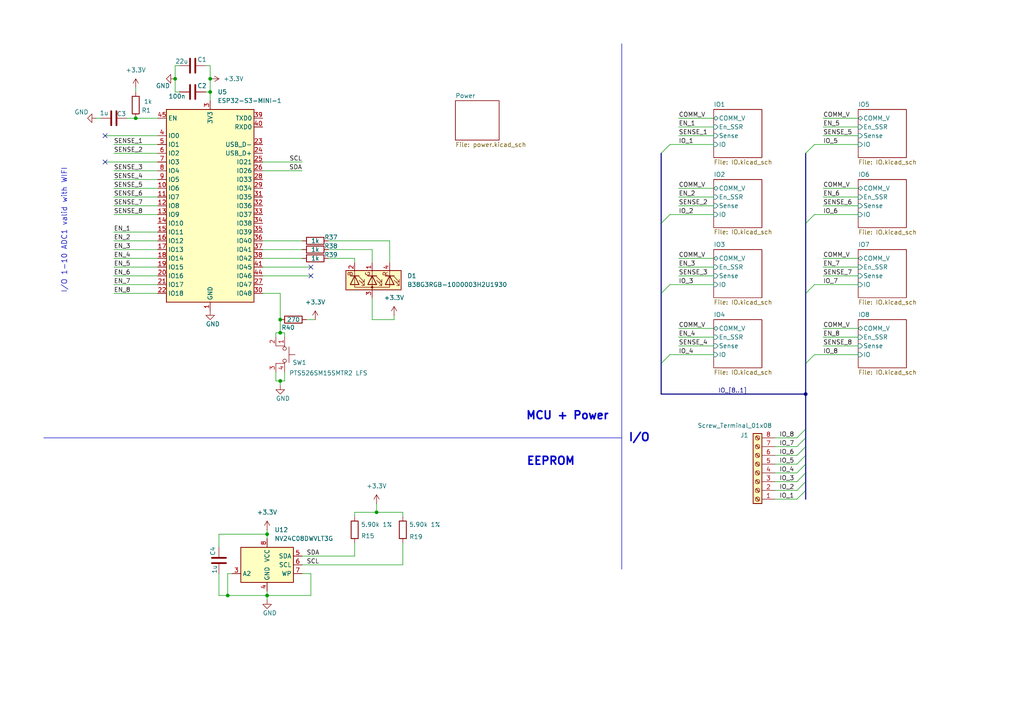
<source format=kicad_sch>
(kicad_sch (version 20250114) (generator "eeschema") (generator_version "9.0")
  (paper "A4")
  (lib_symbols
    (symbol "Connector:Screw_Terminal_01x08" (pin_names (offset 1.016) (hide yes))
      (property "Reference" "J" (at 0 10.16 0))
      (property "Value" "Screw_Terminal_01x08" (at 0 -12.7 0))
      (symbol "Screw_Terminal_01x08_1_1"
        (rectangle (start -1.27 8.89) (end 1.27 -11.43) (stroke (width 0.254)) (fill (type background)))
        (polyline (pts (xy -0.5334 7.9502) (xy 0.3302 7.112)) (stroke (width 0.1524)))
        (polyline (pts (xy -0.5334 5.4102) (xy 0.3302 4.572)) (stroke (width 0.1524)))
        (polyline (pts (xy -0.5334 2.8702) (xy 0.3302 2.032)) (stroke (width 0.1524)))
        (polyline (pts (xy -0.5334 0.3302) (xy 0.3302 -0.508)) (stroke (width 0.1524)))
        (polyline (pts (xy -0.5334 -2.2098) (xy 0.3302 -3.048)) (stroke (width 0.1524)))
        (polyline (pts (xy -0.5334 -4.7498) (xy 0.3302 -5.588)) (stroke (width 0.1524)))
        (polyline (pts (xy -0.5334 -7.2898) (xy 0.3302 -8.128)) (stroke (width 0.1524)))
        (polyline (pts (xy -0.5334 -9.8298) (xy 0.3302 -10.668)) (stroke (width 0.1524)))
        (polyline (pts (xy -0.3556 8.128) (xy 0.508 7.2898)) (stroke (width 0.1524)))
        (polyline (pts (xy -0.3556 5.588) (xy 0.508 4.7498)) (stroke (width 0.1524)))
        (polyline (pts (xy -0.3556 3.048) (xy 0.508 2.2098)) (stroke (width 0.1524)))
        (polyline (pts (xy -0.3556 0.508) (xy 0.508 -0.3302)) (stroke (width 0.1524)))
        (polyline (pts (xy -0.3556 -2.032) (xy 0.508 -2.8702)) (stroke (width 0.1524)))
        (polyline (pts (xy -0.3556 -4.572) (xy 0.508 -5.4102)) (stroke (width 0.1524)))
        (polyline (pts (xy -0.3556 -7.112) (xy 0.508 -7.9502)) (stroke (width 0.1524)))
        (polyline (pts (xy -0.3556 -9.652) (xy 0.508 -10.4902)) (stroke (width 0.1524)))
        (circle (center 0 7.62) (radius 0.635) (stroke (width 0.1524)))
        (circle (center 0 5.08) (radius 0.635) (stroke (width 0.1524)))
        (circle (center 0 2.54) (radius 0.635) (stroke (width 0.1524)))
        (circle (center 0 0) (radius 0.635) (stroke (width 0.1524)))
        (circle (center 0 -2.54) (radius 0.635) (stroke (width 0.1524)))
        (circle (center 0 -5.08) (radius 0.635) (stroke (width 0.1524)))
        (circle (center 0 -7.62) (radius 0.635) (stroke (width 0.1524)))
        (circle (center 0 -10.16) (radius 0.635) (stroke (width 0.1524)))
        (pin passive line (at -5.08 7.62 0) (length 3.81) (name "Pin_1") (number "1"))
        (pin passive line (at -5.08 5.08 0) (length 3.81) (name "Pin_2") (number "2"))
        (pin passive line (at -5.08 2.54 0) (length 3.81) (name "Pin_3") (number "3"))
        (pin passive line (at -5.08 0 0) (length 3.81) (name "Pin_4") (number "4"))
        (pin passive line (at -5.08 -2.54 0) (length 3.81) (name "Pin_5") (number "5"))
        (pin passive line (at -5.08 -5.08 0) (length 3.81) (name "Pin_6") (number "6"))
        (pin passive line (at -5.08 -7.62 0) (length 3.81) (name "Pin_7") (number "7"))
        (pin passive line (at -5.08 -10.16 0) (length 3.81) (name "Pin_8") (number "8"))
      )
    )
    (symbol "Device:C" (pin_numbers (hide yes)) (pin_names (offset 0.254))
      (property "Reference" "C" (at 0.635 2.54 0))
      (property "Value" "C" (at 0.635 -2.54 0))
      (symbol "C_0_1"
        (polyline (pts (xy -2.032 0.762) (xy 2.032 0.762)) (stroke (width 0.508)))
        (polyline (pts (xy -2.032 -0.762) (xy 2.032 -0.762)) (stroke (width 0.508)))
      )
      (symbol "C_1_1"
        (pin passive line (at 0 3.81 270) (length 2.794) (name "~") (number "1"))
        (pin passive line (at 0 -3.81 90) (length 2.794) (name "~") (number "2"))
      )
    )
    (symbol "Device:LED_GBAR" (pin_names (offset 0) (hide yes))
      (property "Reference" "D" (at 0 9.398 0))
      (property "Value" "LED_GBAR" (at 0 -8.89 0))
      (symbol "LED_GBAR_0_0"
        (text "R" (at -1.905 3.81 0) (effects (font (size 1.27 1.27))))
        (text "G" (at -1.905 -1.27 0) (effects (font (size 1.27 1.27))))
        (text "B" (at -1.905 -6.35 0) (effects (font (size 1.27 1.27))))
      )
      (symbol "LED_GBAR_0_1"
        (polyline (pts (xy -1.27 6.35) (xy -1.27 3.81)) (stroke (width 0.254)))
        (polyline (pts (xy -1.27 6.35) (xy -1.27 3.81) (xy -1.27 3.81)))
        (polyline (pts (xy -1.27 5.08) (xy -2.54 5.08)))
        (polyline (pts (xy -1.27 5.08) (xy 1.27 5.08)))
        (polyline (pts (xy -1.27 1.27) (xy -1.27 -1.27)) (stroke (width 0.254)))
        (polyline (pts (xy -1.27 1.27) (xy -1.27 -1.27) (xy -1.27 -1.27)))
        (polyline (pts (xy -1.27 0) (xy -2.54 0)))
        (polyline (pts (xy -1.27 -3.81) (xy -1.27 -6.35)) (stroke (width 0.254)))
        (polyline (pts (xy -1.27 -5.08) (xy -2.54 -5.08)))
        (polyline (pts (xy -1.27 -5.08) (xy 1.27 -5.08)))
        (polyline (pts (xy -1.016 6.35) (xy 0.508 7.874) (xy -0.254 7.874) (xy 0.508 7.874) (xy 0.508 7.112)))
        (polyline (pts (xy -1.016 1.27) (xy 0.508 2.794) (xy -0.254 2.794) (xy 0.508 2.794) (xy 0.508 2.032)))
        (polyline (pts (xy -1.016 -3.81) (xy 0.508 -2.286) (xy -0.254 -2.286) (xy 0.508 -2.286) (xy 0.508 -3.048)))
        (polyline (pts (xy 0 6.35) (xy 1.524 7.874) (xy 0.762 7.874) (xy 1.524 7.874) (xy 1.524 7.112)))
        (polyline (pts (xy 0 1.27) (xy 1.524 2.794) (xy 0.762 2.794) (xy 1.524 2.794) (xy 1.524 2.032)))
        (polyline (pts (xy 0 -3.81) (xy 1.524 -2.286) (xy 0.762 -2.286) (xy 1.524 -2.286) (xy 1.524 -3.048)))
        (polyline (pts (xy 1.27 6.35) (xy 1.27 3.81) (xy -1.27 5.08) (xy 1.27 6.35)) (stroke (width 0.254)))
        (rectangle (start 1.27 6.35) (end 1.27 6.35))
        (rectangle (start 1.27 3.81) (end 1.27 6.35))
        (polyline (pts (xy 1.27 1.27) (xy 1.27 -1.27) (xy -1.27 0) (xy 1.27 1.27)) (stroke (width 0.254)))
        (rectangle (start 1.27 1.27) (end 1.27 1.27))
        (polyline (pts (xy 1.27 0) (xy -1.27 0)))
        (polyline (pts (xy 1.27 0) (xy 2.54 0)))
        (rectangle (start 1.27 -1.27) (end 1.27 1.27))
        (polyline (pts (xy 1.27 -3.81) (xy 1.27 -6.35) (xy -1.27 -5.08) (xy 1.27 -3.81)) (stroke (width 0.254)))
        (polyline (pts (xy 1.27 -5.08) (xy 2.032 -5.08) (xy 2.032 5.08) (xy 1.27 5.08)))
        (circle (center 2.032 0) (radius 0.254) (fill (type outline)))
        (rectangle (start 2.794 8.382) (end -2.794 -7.62) (stroke (width 0.254)) (fill (type background)))
      )
      (symbol "LED_GBAR_1_1"
        (pin passive line (at -5.08 5.08 0) (length 2.54) (name "RK") (number "4"))
        (pin passive line (at -5.08 0 0) (length 2.54) (name "GK") (number "1"))
        (pin passive line (at -5.08 -5.08 0) (length 2.54) (name "BK") (number "2"))
        (pin passive line (at 5.08 0 180) (length 2.54) (name "A") (number "3"))
      )
    )
    (symbol "Device:R" (pin_numbers (hide yes)) (pin_names (offset 0))
      (property "Reference" "R" (at 2.032 0 90))
      (property "Value" "R" (at 0 0 90))
      (symbol "R_0_1"
        (rectangle (start -1.016 -2.54) (end 1.016 2.54) (stroke (width 0.254)))
      )
      (symbol "R_1_1"
        (pin passive line (at 0 3.81 270) (length 1.27) (name "~") (number "1"))
        (pin passive line (at 0 -3.81 90) (length 1.27) (name "~") (number "2"))
      )
    )
    (symbol "Memory_EEPROM:AT24CS08-SSHM"
      (property "Reference" "U" (at -7.62 6.35 0))
      (property "Value" "AT24CS08-SSHM" (at 2.54 -6.35 0))
      (symbol "AT24CS08-SSHM_1_1"
        (rectangle (start -7.62 5.08) (end 7.62 -5.08) (stroke (width 0.254)) (fill (type background)))
        (pin input line (at -10.16 -2.54 0) (length 2.54) (name "A2") (number "3"))
        (pin no_connect line (at -7.62 2.54 0) (length 2.54) (hide yes) (name "NC") (number "1"))
        (pin no_connect line (at -7.62 0 0) (length 2.54) (hide yes) (name "NC") (number "2"))
        (pin power_in line (at 0 7.62 270) (length 2.54) (name "VCC") (number "8"))
        (pin power_in line (at 0 -7.62 90) (length 2.54) (name "GND") (number "4"))
        (pin bidirectional line (at 10.16 2.54 180) (length 2.54) (name "SDA") (number "5"))
        (pin input line (at 10.16 0 180) (length 2.54) (name "SCL") (number "6"))
        (pin input line (at 10.16 -2.54 180) (length 2.54) (name "WP") (number "7"))
      )
    )
    (symbol "RF_Module:ESP32-S3-MINI-1"
      (property "Reference" "U" (at -11.43 29.21 0))
      (property "Value" "ESP32-S3-MINI-1" (at 12.7 29.21 0))
      (symbol "ESP32-S3-MINI-1_0_1"
        (rectangle (start -12.7 27.94) (end 12.7 -27.94) (stroke (width 0.254)) (fill (type background)))
      )
      (symbol "ESP32-S3-MINI-1_1_1"
        (pin input line (at -15.24 25.4 0) (length 2.54) (name "EN") (number "45"))
        (pin bidirectional line (at -15.24 20.32 0) (length 2.54) (name "IO0") (number "4"))
        (pin bidirectional line (at -15.24 17.78 0) (length 2.54) (name "IO1") (number "5"))
        (pin bidirectional line (at -15.24 15.24 0) (length 2.54) (name "IO2") (number "6"))
        (pin bidirectional line (at -15.24 12.7 0) (length 2.54) (name "IO3") (number "7"))
        (pin bidirectional line (at -15.24 10.16 0) (length 2.54) (name "IO4") (number "8"))
        (pin bidirectional line (at -15.24 7.62 0) (length 2.54) (name "IO5") (number "9"))
        (pin bidirectional line (at -15.24 5.08 0) (length 2.54) (name "IO6") (number "10"))
        (pin bidirectional line (at -15.24 2.54 0) (length 2.54) (name "IO7") (number "11"))
        (pin bidirectional line (at -15.24 0 0) (length 2.54) (name "IO8") (number "12"))
        (pin bidirectional line (at -15.24 -2.54 0) (length 2.54) (name "IO9") (number "13"))
        (pin bidirectional line (at -15.24 -5.08 0) (length 2.54) (name "IO10") (number "14"))
        (pin bidirectional line (at -15.24 -7.62 0) (length 2.54) (name "IO11") (number "15"))
        (pin bidirectional line (at -15.24 -10.16 0) (length 2.54) (name "IO12") (number "16"))
        (pin bidirectional line (at -15.24 -12.7 0) (length 2.54) (name "IO13") (number "17"))
        (pin bidirectional line (at -15.24 -15.24 0) (length 2.54) (name "IO14") (number "18"))
        (pin bidirectional line (at -15.24 -17.78 0) (length 2.54) (name "IO15") (number "19"))
        (pin bidirectional line (at -15.24 -20.32 0) (length 2.54) (name "IO16") (number "20"))
        (pin bidirectional line (at -15.24 -22.86 0) (length 2.54) (name "IO17") (number "21"))
        (pin bidirectional line (at -15.24 -25.4 0) (length 2.54) (name "IO18") (number "22"))
        (pin power_in line (at 0 30.48 270) (length 2.54) (name "3V3") (number "3"))
        (pin power_in line (at 0 -30.48 90) (length 2.54) (name "GND") (number "1"))
        (pin passive line (at 0 -30.48 90) (length 2.54) (hide yes) (name "GND") (number "2"))
        (pin passive line (at 0 -30.48 90) (length 2.54) (hide yes) (name "GND") (number "42"))
        (pin passive line (at 0 -30.48 90) (length 2.54) (hide yes) (name "GND") (number "43"))
        (pin passive line (at 0 -30.48 90) (length 2.54) (hide yes) (name "GND") (number "46"))
        (pin passive line (at 0 -30.48 90) (length 2.54) (hide yes) (name "GND") (number "47"))
        (pin passive line (at 0 -30.48 90) (length 2.54) (hide yes) (name "GND") (number "48"))
        (pin passive line (at 0 -30.48 90) (length 2.54) (hide yes) (name "GND") (number "49"))
        (pin passive line (at 0 -30.48 90) (length 2.54) (hide yes) (name "GND") (number "50"))
        (pin passive line (at 0 -30.48 90) (length 2.54) (hide yes) (name "GND") (number "51"))
        (pin passive line (at 0 -30.48 90) (length 2.54) (hide yes) (name "GND") (number "52"))
        (pin passive line (at 0 -30.48 90) (length 2.54) (hide yes) (name "GND") (number "53"))
        (pin passive line (at 0 -30.48 90) (length 2.54) (hide yes) (name "GND") (number "54"))
        (pin passive line (at 0 -30.48 90) (length 2.54) (hide yes) (name "GND") (number "55"))
        (pin passive line (at 0 -30.48 90) (length 2.54) (hide yes) (name "GND") (number "56"))
        (pin passive line (at 0 -30.48 90) (length 2.54) (hide yes) (name "GND") (number "57"))
        (pin passive line (at 0 -30.48 90) (length 2.54) (hide yes) (name "GND") (number "58"))
        (pin passive line (at 0 -30.48 90) (length 2.54) (hide yes) (name "GND") (number "59"))
        (pin passive line (at 0 -30.48 90) (length 2.54) (hide yes) (name "GND") (number "60"))
        (pin passive line (at 0 -30.48 90) (length 2.54) (hide yes) (name "GND") (number "61"))
        (pin passive line (at 0 -30.48 90) (length 2.54) (hide yes) (name "GND") (number "62"))
        (pin passive line (at 0 -30.48 90) (length 2.54) (hide yes) (name "GND") (number "63"))
        (pin passive line (at 0 -30.48 90) (length 2.54) (hide yes) (name "GND") (number "64"))
        (pin passive line (at 0 -30.48 90) (length 2.54) (hide yes) (name "GND") (number "65"))
        (pin bidirectional line (at 15.24 25.4 180) (length 2.54) (name "TXD0") (number "39"))
        (pin bidirectional line (at 15.24 22.86 180) (length 2.54) (name "RXD0") (number "40"))
        (pin bidirectional line (at 15.24 17.78 180) (length 2.54) (name "USB_D-") (number "23"))
        (pin bidirectional line (at 15.24 15.24 180) (length 2.54) (name "USB_D+") (number "24"))
        (pin bidirectional line (at 15.24 12.7 180) (length 2.54) (name "IO21") (number "25"))
        (pin bidirectional line (at 15.24 10.16 180) (length 2.54) (name "IO26") (number "26"))
        (pin bidirectional line (at 15.24 7.62 180) (length 2.54) (name "IO33") (number "28"))
        (pin bidirectional line (at 15.24 5.08 180) (length 2.54) (name "IO34") (number "29"))
        (pin bidirectional line (at 15.24 2.54 180) (length 2.54) (name "IO35") (number "31"))
        (pin bidirectional line (at 15.24 0 180) (length 2.54) (name "IO36") (number "32"))
        (pin bidirectional line (at 15.24 -2.54 180) (length 2.54) (name "IO37") (number "33"))
        (pin bidirectional line (at 15.24 -5.08 180) (length 2.54) (name "IO38") (number "34"))
        (pin bidirectional line (at 15.24 -7.62 180) (length 2.54) (name "IO39") (number "35"))
        (pin bidirectional line (at 15.24 -10.16 180) (length 2.54) (name "IO40") (number "36"))
        (pin bidirectional line (at 15.24 -12.7 180) (length 2.54) (name "IO41") (number "37"))
        (pin bidirectional line (at 15.24 -15.24 180) (length 2.54) (name "IO42") (number "38"))
        (pin bidirectional line (at 15.24 -17.78 180) (length 2.54) (name "IO45") (number "41"))
        (pin bidirectional line (at 15.24 -20.32 180) (length 2.54) (name "IO46") (number "44"))
        (pin bidirectional line (at 15.24 -22.86 180) (length 2.54) (name "IO47") (number "27"))
        (pin bidirectional line (at 15.24 -25.4 180) (length 2.54) (name "IO48") (number "30"))
      )
    )
    (symbol "Switch:SW_MEC_5E" (pin_names (offset 1.016) (hide yes))
      (property "Reference" "SW" (at 0.635 5.715 0))
      (property "Value" "SW_MEC_5E" (at 0 -3.175 0))
      (symbol "SW_MEC_5E_0_1"
        (polyline (pts (xy -2.54 0) (xy -2.54 2.54) (xy -2.286 2.54)))
        (polyline (pts (xy -2.286 3.81) (xy 2.286 3.81)))
        (circle (center -1.778 2.54) (radius 0.508))
        (polyline (pts (xy 0 3.81) (xy 0 5.588)))
        (circle (center 1.778 2.54) (radius 0.508))
        (polyline (pts (xy 2.54 0) (xy 2.54 2.54) (xy 2.286 2.54)))
        (pin passive line (at -5.08 2.54 0) (length 2.54) (name "1") (number "1"))
        (pin passive line (at -5.08 0 0) (length 2.54) (name "2") (number "2"))
        (pin passive line (at 5.08 2.54 180) (length 2.54) (name "A") (number "4"))
        (pin passive line (at 5.08 0 180) (length 2.54) (name "K") (number "3"))
      )
    )
    (symbol "power:+3.3V" (power) (pin_numbers (hide yes)) (pin_names (offset 0) (hide yes))
      (property "Value" "+3.3V" (at 0 3.556 0))
      (symbol "+3.3V_0_1"
        (polyline (pts (xy -0.762 1.27) (xy 0 2.54)))
        (polyline (pts (xy 0 2.54) (xy 0.762 1.27)))
        (polyline (pts (xy 0 0) (xy 0 2.54)))
      )
      (symbol "+3.3V_1_1"
        (pin power_in line (at 0 0 90) (length 0) (name "~") (number "1"))
      )
    )
    (symbol "power:GND" (power) (pin_names (offset 0))
      (property "Value" "GND" (at 0 -3.81 0))
      (symbol "GND_0_1"
        (polyline (pts (xy 0 0) (xy 0 -1.27) (xy 1.27 -1.27) (xy 0 -2.54) (xy -1.27 -1.27) (xy 0 -1.27)))
      )
      (symbol "GND_1_1"
        (pin power_in line (at 0 0 270) (length 0) (hide yes) (name "GND") (number "1"))
      )
    )
  )
  (text "I/O 1-10 ADC1 valid with WIFI" (at 19.558 85.09 90) (effects (font (size 1.524 1.524)) (justify left bottom)))
  (text "MCU + Power" (at 164.592 120.65 0) (effects (font (size 2.286 2.286) (thickness 0.4572) (bold yes))))
  (text "I/O" (at 185.42 127 0) (effects (font (size 2.286 2.286) (thickness 0.4572) (bold yes))))
  (text "EEPROM" (at 159.766 133.858 0) (effects (font (size 2.286 2.286) (thickness 0.4572) (bold yes))))
  (junction (at 60.96 26.67))
  (junction (at 81.28 110.49))
  (junction (at 39.37 34.29))
  (junction (at 109.22 148.59))
  (junction (at 66.04 172.72))
  (junction (at 60.96 22.86))
  (junction (at 81.28 92.71))
  (junction (at 77.47 172.72))
  (junction (at 233.68 114.3))
  (junction (at 81.28 96.52))
  (junction (at 50.8 22.86))
  (junction (at 77.47 154.94))
  (no_connect (at 90.17 77.47))
  (no_connect (at 90.17 80.01))
  (no_connect (at 30.48 39.37))
  (no_connect (at 30.48 46.99))
  (bus_entry (at 236.22 82.55) (size -2.54 2.54))
  (bus_entry (at 233.68 127) (size -2.54 2.54))
  (bus_entry (at 191.77 85.09) (size 2.54 -2.54))
  (bus_entry (at 233.68 129.54) (size -2.54 2.54))
  (bus_entry (at 191.77 44.45) (size 2.54 -2.54))
  (bus_entry (at 233.68 142.24) (size -2.54 2.54))
  (bus_entry (at 233.68 134.62) (size -2.54 2.54))
  (bus_entry (at 191.77 105.41) (size 2.54 -2.54))
  (bus_entry (at 233.68 139.7) (size -2.54 2.54))
  (bus_entry (at 233.68 137.16) (size -2.54 2.54))
  (bus_entry (at 236.22 102.87) (size -2.54 2.54))
  (bus_entry (at 236.22 41.91) (size -2.54 2.54))
  (bus_entry (at 236.22 62.23) (size -2.54 2.54))
  (bus_entry (at 191.77 64.77) (size 2.54 -2.54))
  (bus_entry (at 233.68 132.08) (size -2.54 2.54))
  (bus_entry (at 233.68 124.46) (size -2.54 2.54))
  (wire (pts (xy 33.02 67.31) (xy 45.72 67.31)))
  (wire (pts (xy 95.25 69.85) (xy 113.03 69.85)))
  (wire (pts (xy 66.04 166.37) (xy 66.04 172.72)))
  (bus (pts (xy 233.68 129.54) (xy 233.68 132.08)))
  (wire (pts (xy 236.22 62.23) (xy 248.92 62.23)))
  (wire (pts (xy 238.76 54.61) (xy 248.92 54.61)))
  (wire (pts (xy 33.02 80.01) (xy 45.72 80.01)))
  (wire (pts (xy 102.87 148.59) (xy 102.87 149.86)))
  (wire (pts (xy 90.17 172.72) (xy 77.47 172.72)))
  (wire (pts (xy 196.85 97.79) (xy 207.01 97.79)))
  (wire (pts (xy 81.28 85.09) (xy 81.28 92.71)))
  (wire (pts (xy 196.85 77.47) (xy 207.01 77.47)))
  (wire (pts (xy 76.2 74.93) (xy 87.63 74.93)))
  (wire (pts (xy 33.02 74.93) (xy 45.72 74.93)))
  (wire (pts (xy 33.02 59.69) (xy 45.72 59.69)))
  (wire (pts (xy 196.85 74.93) (xy 207.01 74.93)))
  (wire (pts (xy 224.79 142.24) (xy 231.14 142.24)))
  (wire (pts (xy 33.02 69.85) (xy 45.72 69.85)))
  (wire (pts (xy 29.21 34.29) (xy 27.94 34.29)))
  (wire (pts (xy 238.76 95.25) (xy 248.92 95.25)))
  (wire (pts (xy 52.07 19.05) (xy 50.8 19.05)))
  (wire (pts (xy 224.79 134.62) (xy 231.14 134.62)))
  (wire (pts (xy 33.02 49.53) (xy 45.72 49.53)))
  (wire (pts (xy 238.76 39.37) (xy 248.92 39.37)))
  (wire (pts (xy 33.02 52.07) (xy 45.72 52.07)))
  (wire (pts (xy 30.48 39.37) (xy 45.72 39.37)))
  (wire (pts (xy 196.85 95.25) (xy 207.01 95.25)))
  (bus (pts (xy 233.68 139.7) (xy 233.68 142.24)))
  (wire (pts (xy 196.85 57.15) (xy 207.01 57.15)))
  (wire (pts (xy 87.63 163.83) (xy 116.84 163.83)))
  (wire (pts (xy 196.85 39.37) (xy 207.01 39.37)))
  (bus (pts (xy 233.68 124.46) (xy 233.68 127)))
  (wire (pts (xy 224.79 137.16) (xy 231.14 137.16)))
  (bus (pts (xy 233.68 64.77) (xy 233.68 85.09)))
  (wire (pts (xy 90.17 166.37) (xy 90.17 172.72)))
  (wire (pts (xy 224.79 127) (xy 231.14 127)))
  (wire (pts (xy 238.76 59.69) (xy 248.92 59.69)))
  (wire (pts (xy 67.31 166.37) (xy 66.04 166.37)))
  (wire (pts (xy 102.87 76.2) (xy 102.87 74.93)))
  (wire (pts (xy 76.2 72.39) (xy 87.63 72.39)))
  (wire (pts (xy 60.96 22.86) (xy 60.96 26.67)))
  (bus (pts (xy 233.68 137.16) (xy 233.68 139.7)))
  (wire (pts (xy 224.79 129.54) (xy 231.14 129.54)))
  (wire (pts (xy 116.84 148.59) (xy 109.22 148.59)))
  (wire (pts (xy 114.3 91.44) (xy 114.3 92.71)))
  (bus (pts (xy 233.68 134.62) (xy 233.68 137.16)))
  (wire (pts (xy 33.02 72.39) (xy 45.72 72.39)))
  (wire (pts (xy 76.2 69.85) (xy 87.63 69.85)))
  (bus (pts (xy 191.77 105.41) (xy 191.77 114.3)))
  (wire (pts (xy 196.85 36.83) (xy 207.01 36.83)))
  (wire (pts (xy 238.76 36.83) (xy 248.92 36.83)))
  (wire (pts (xy 59.69 19.05) (xy 60.96 19.05)))
  (wire (pts (xy 194.31 102.87) (xy 207.01 102.87)))
  (wire (pts (xy 77.47 153.67) (xy 77.47 154.94)))
  (wire (pts (xy 81.28 96.52) (xy 80.01 96.52)))
  (wire (pts (xy 238.76 80.01) (xy 248.92 80.01)))
  (bus (pts (xy 233.68 114.3) (xy 233.68 124.46)))
  (wire (pts (xy 238.76 100.33) (xy 248.92 100.33)))
  (wire (pts (xy 77.47 173.99) (xy 77.47 172.72)))
  (wire (pts (xy 77.47 154.94) (xy 63.5 154.94)))
  (wire (pts (xy 33.02 44.45) (xy 45.72 44.45)))
  (wire (pts (xy 80.01 97.79) (xy 80.01 96.52)))
  (wire (pts (xy 194.31 82.55) (xy 207.01 82.55)))
  (wire (pts (xy 194.31 62.23) (xy 207.01 62.23)))
  (bus (pts (xy 233.68 142.24) (xy 233.68 144.78)))
  (bus (pts (xy 191.77 44.45) (xy 191.77 64.77)))
  (wire (pts (xy 50.8 19.05) (xy 50.8 22.86)))
  (wire (pts (xy 39.37 34.29) (xy 45.72 34.29)))
  (wire (pts (xy 236.22 102.87) (xy 248.92 102.87)))
  (wire (pts (xy 196.85 34.29) (xy 207.01 34.29)))
  (wire (pts (xy 76.2 49.53) (xy 87.63 49.53)))
  (bus (pts (xy 233.68 132.08) (xy 233.68 134.62)))
  (wire (pts (xy 60.96 19.05) (xy 60.96 22.86)))
  (wire (pts (xy 109.22 146.05) (xy 109.22 148.59)))
  (wire (pts (xy 196.85 100.33) (xy 207.01 100.33)))
  (wire (pts (xy 76.2 46.99) (xy 87.63 46.99)))
  (wire (pts (xy 33.02 57.15) (xy 45.72 57.15)))
  (wire (pts (xy 80.01 107.95) (xy 80.01 110.49)))
  (wire (pts (xy 33.02 62.23) (xy 45.72 62.23)))
  (wire (pts (xy 39.37 25.4) (xy 39.37 26.67)))
  (wire (pts (xy 50.8 26.67) (xy 52.07 26.67)))
  (wire (pts (xy 224.79 144.78) (xy 231.14 144.78)))
  (wire (pts (xy 196.85 80.01) (xy 207.01 80.01)))
  (bus (pts (xy 191.77 85.09) (xy 191.77 105.41)))
  (wire (pts (xy 194.31 41.91) (xy 207.01 41.91)))
  (wire (pts (xy 238.76 57.15) (xy 248.92 57.15)))
  (wire (pts (xy 107.95 92.71) (xy 114.3 92.71)))
  (polyline (pts (xy 180.34 12.7) (xy 180.34 165.1)))
  (wire (pts (xy 81.28 85.09) (xy 76.2 85.09)))
  (wire (pts (xy 33.02 82.55) (xy 45.72 82.55)))
  (wire (pts (xy 107.95 86.36) (xy 107.95 92.71)))
  (wire (pts (xy 236.22 41.91) (xy 248.92 41.91)))
  (wire (pts (xy 33.02 85.09) (xy 45.72 85.09)))
  (wire (pts (xy 76.2 80.01) (xy 90.17 80.01)))
  (wire (pts (xy 109.22 148.59) (xy 102.87 148.59)))
  (wire (pts (xy 238.76 77.47) (xy 248.92 77.47)))
  (wire (pts (xy 238.76 74.93) (xy 248.92 74.93)))
  (bus (pts (xy 191.77 64.77) (xy 191.77 85.09)))
  (wire (pts (xy 60.96 26.67) (xy 60.96 29.21)))
  (wire (pts (xy 238.76 34.29) (xy 248.92 34.29)))
  (wire (pts (xy 33.02 41.91) (xy 45.72 41.91)))
  (wire (pts (xy 238.76 97.79) (xy 248.92 97.79)))
  (wire (pts (xy 113.03 69.85) (xy 113.03 76.2)))
  (wire (pts (xy 82.55 96.52) (xy 81.28 96.52)))
  (wire (pts (xy 59.69 26.67) (xy 60.96 26.67)))
  (wire (pts (xy 82.55 96.52) (xy 82.55 97.79)))
  (wire (pts (xy 196.85 54.61) (xy 207.01 54.61)))
  (wire (pts (xy 30.48 46.99) (xy 45.72 46.99)))
  (bus (pts (xy 233.68 85.09) (xy 233.68 105.41)))
  (wire (pts (xy 224.79 139.7) (xy 231.14 139.7)))
  (wire (pts (xy 76.2 77.47) (xy 90.17 77.47)))
  (wire (pts (xy 87.63 166.37) (xy 90.17 166.37)))
  (bus (pts (xy 233.68 44.45) (xy 233.68 64.77)))
  (wire (pts (xy 196.85 59.69) (xy 207.01 59.69)))
  (wire (pts (xy 77.47 172.72) (xy 77.47 171.45)))
  (wire (pts (xy 107.95 72.39) (xy 107.95 76.2)))
  (bus (pts (xy 191.77 114.3) (xy 233.68 114.3)))
  (wire (pts (xy 82.55 110.49) (xy 81.28 110.49)))
  (polyline (pts (xy 12.7 127) (xy 180.34 127)))
  (wire (pts (xy 81.28 96.52) (xy 81.28 92.71)))
  (wire (pts (xy 116.84 163.83) (xy 116.84 157.48)))
  (bus (pts (xy 233.68 105.41) (xy 233.68 114.3)))
  (wire (pts (xy 33.02 77.47) (xy 45.72 77.47)))
  (wire (pts (xy 87.63 161.29) (xy 102.87 161.29)))
  (wire (pts (xy 36.83 34.29) (xy 39.37 34.29)))
  (wire (pts (xy 81.28 110.49) (xy 80.01 110.49)))
  (wire (pts (xy 63.5 154.94) (xy 63.5 158.75)))
  (wire (pts (xy 81.28 110.49) (xy 81.28 111.76)))
  (wire (pts (xy 102.87 161.29) (xy 102.87 157.48)))
  (wire (pts (xy 63.5 172.72) (xy 63.5 166.37)))
  (wire (pts (xy 95.25 72.39) (xy 107.95 72.39)))
  (wire (pts (xy 66.04 172.72) (xy 63.5 172.72)))
  (wire (pts (xy 50.8 22.86) (xy 50.8 26.67)))
  (wire (pts (xy 224.79 132.08) (xy 231.14 132.08)))
  (wire (pts (xy 236.22 82.55) (xy 248.92 82.55)))
  (wire (pts (xy 77.47 172.72) (xy 66.04 172.72)))
  (bus (pts (xy 233.68 127) (xy 233.68 129.54)))
  (wire (pts (xy 82.55 107.95) (xy 82.55 110.49)))
  (wire (pts (xy 95.25 74.93) (xy 102.87 74.93)))
  (wire (pts (xy 77.47 154.94) (xy 77.47 156.21)))
  (wire (pts (xy 116.84 149.86) (xy 116.84 148.59)))
  (wire (pts (xy 88.9 92.71) (xy 91.44 92.71)))
  (wire (pts (xy 33.02 54.61) (xy 45.72 54.61)))
  (label "SENSE_2" (at 196.85 59.69 0))
  (label "IO_6" (at 226.06 132.08 0))
  (label "SDA" (at 87.63 49.53 180))
  (label "EN_6" (at 238.76 57.15 0))
  (label "COMM_V" (at 238.76 95.25 0))
  (label "SENSE_2" (at 33.02 44.45 0))
  (label "IO_[8..1]" (at 208.28 114.3 0))
  (label "IO_4" (at 226.06 137.16 0))
  (label "IO_2" (at 226.06 142.24 0))
  (label "COMM_V" (at 196.85 54.61 0))
  (label "COMM_V" (at 238.76 54.61 0))
  (label "EN_8" (at 238.76 97.79 0))
  (label "SENSE_1" (at 33.02 41.91 0))
  (label "IO_5" (at 238.76 41.91 0))
  (label "SENSE_4" (at 33.02 52.07 0))
  (label "SENSE_4" (at 196.85 100.33 0))
  (label "IO_1" (at 196.85 41.91 0))
  (label "COMM_V" (at 196.85 34.29 0))
  (label "SCL" (at 87.63 46.99 180))
  (label "COMM_V" (at 238.76 74.93 0))
  (label "SENSE_6" (at 238.76 59.69 0))
  (label "COMM_V" (at 238.76 34.29 0))
  (label "SENSE_8" (at 33.02 62.23 0))
  (label "IO_7" (at 238.76 82.55 0))
  (label "SENSE_3" (at 196.85 80.01 0))
  (label "IO_8" (at 238.76 102.87 0))
  (label "IO_7" (at 226.06 129.54 0))
  (label "IO_8" (at 226.06 127 0))
  (label "COMM_V" (at 196.85 74.93 0))
  (label "EN_3" (at 196.85 77.47 0))
  (label "SENSE_6" (at 33.02 57.15 0))
  (label "IO_4" (at 196.85 102.87 0))
  (label "EN_5" (at 33.02 77.47 0))
  (label "EN_8" (at 33.02 85.09 0))
  (label "IO_3" (at 226.06 139.7 0))
  (label "IO_1" (at 226.06 144.78 0))
  (label "SENSE_7" (at 238.76 80.01 0))
  (label "EN_7" (at 33.02 82.55 0))
  (label "SENSE_3" (at 33.02 49.53 0))
  (label "EN_4" (at 196.85 97.79 0))
  (label "SENSE_8" (at 238.76 100.33 0))
  (label "SENSE_1" (at 196.85 39.37 0))
  (label "EN_2" (at 33.02 69.85 0))
  (label "EN_6" (at 33.02 80.01 0))
  (label "EN_1" (at 196.85 36.83 0))
  (label "SCL" (at 88.9 163.83 0))
  (label "IO_3" (at 196.85 82.55 0))
  (label "IO_6" (at 238.76 62.23 0))
  (label "SDA" (at 88.9 161.29 0))
  (label "IO_2" (at 196.85 62.23 0))
  (label "EN_4" (at 33.02 74.93 0))
  (label "SENSE_7" (at 33.02 59.69 0))
  (label "SENSE_5" (at 238.76 39.37 0))
  (label "EN_7" (at 238.76 77.47 0))
  (label "EN_3" (at 33.02 72.39 0))
  (label "EN_2" (at 196.85 57.15 0))
  (label "IO_5" (at 226.06 134.62 0))
  (label "EN_5" (at 238.76 36.83 0))
  (label "SENSE_5" (at 33.02 54.61 0))
  (label "COMM_V" (at 196.85 95.25 0))
  (label "EN_1" (at 33.02 67.31 0))
  (symbol (lib_id "Device:R") (at 91.44 72.39 270) (unit 1)
    (property "Reference" "R38" (at 96.012 71.374 90))
    (property "Value" "1k" (at 91.44 72.39 90))
    (property "Footprint" "Resistor_SMD:R_0603_1608Metric" (effects (hide yes)))
    (property "Description" "Resistor" (effects (hide yes)))
  )
  (symbol (lib_id "power:GND") (at 50.8 22.86 270) (unit 1)
    (property "Reference" "#PWR04" (effects (hide yes)))
    (property "Value" "GND" (at 45.212 24.892 90) (effects (justify left)))
  )
  (symbol (lib_id "power:+3.3V") (at 39.37 25.4 0) (unit 1)
    (property "Reference" "#PWR07" (effects (hide yes)))
    (property "Value" "+3.3V" (at 39.37 20.32 0))
    (property "Description" "Power symbol creates a global label with name \"+3.3V\"" (effects (hide yes)))
  )
  (symbol (lib_id "power:GND") (at 77.47 173.99 0) (unit 1)
    (property "Reference" "#PWR021" (effects (hide yes)))
    (property "Value" "GND" (at 76.2 177.8 0) (effects (justify left)))
  )
  (symbol (lib_id "Device:C") (at 55.88 26.67 90) (unit 1)
    (property "Reference" "C2" (at 59.944 24.892 90) (effects (justify left)))
    (property "Value" "100n" (at 53.848 27.94 90) (effects (justify left)))
    (property "Footprint" "Capacitor_SMD:C_0603_1608Metric" (effects (hide yes)))
  )
  (symbol (lib_id "Device:LED_GBAR") (at 107.95 81.28 270) (unit 1)
    (property "Reference" "D1" (at 118.11 80.0099 90) (effects (justify left)))
    (property "Value" "B38G3RGB-10D0003H2U1930" (at 118.11 82.5499 90) (effects (justify left)))
    (property "Footprint" "qmi_footprints:B38G3RGB-10D0003H2U1930" (effects (hide yes)))
    (property "Description" "RGB LED, green/blue/anode/red" (effects (hide yes)))
  )
  (symbol (lib_id "Device:R") (at 116.84 153.67 0) (mirror x) (unit 1)
    (property "Reference" "R19" (at 120.65 155.702 0))
    (property "Value" "5.90k 1%" (at 123.19 152.146 0))
    (property "Footprint" "Resistor_SMD:R_0603_1608Metric" (effects (hide yes)))
    (property "Description" "Resistor" (effects (hide yes)))
  )
  (symbol (lib_id "power:GND") (at 81.28 111.76 0) (unit 1)
    (property "Reference" "#PWR053" (effects (hide yes)))
    (property "Value" "GND" (at 80.01 115.57 0) (effects (justify left)))
  )
  (symbol (lib_id "Device:R") (at 39.37 30.48 180) (unit 1)
    (property "Reference" "R1" (at 42.418 32.004 0))
    (property "Value" "1k" (at 42.926 29.464 0))
    (property "Footprint" "Resistor_SMD:R_0603_1608Metric" (effects (hide yes)))
    (property "Description" "Resistor" (effects (hide yes)))
  )
  (symbol (lib_id "Device:R") (at 91.44 69.85 270) (unit 1)
    (property "Reference" "R37" (at 96.012 68.834 90))
    (property "Value" "1k" (at 91.44 69.85 90))
    (property "Footprint" "Resistor_SMD:R_0603_1608Metric" (effects (hide yes)))
    (property "Description" "Resistor" (effects (hide yes)))
  )
  (symbol (lib_id "Device:C") (at 55.88 19.05 90) (unit 1)
    (property "Reference" "C1" (at 59.944 17.272 90) (effects (justify left)))
    (property "Value" "22u" (at 54.61 17.78 90) (effects (justify left)))
    (property "Footprint" "Capacitor_SMD:C_0603_1608Metric" (effects (hide yes)))
  )
  (symbol (lib_id "Device:C") (at 63.5 162.56 180) (unit 1)
    (property "Reference" "C4" (at 61.722 158.496 90) (effects (justify left)))
    (property "Value" "1u" (at 62.23 163.83 90) (effects (justify left)))
    (property "Footprint" "Capacitor_SMD:C_0603_1608Metric" (effects (hide yes)))
  )
  (symbol (lib_id "Memory_EEPROM:AT24CS08-SSHM") (at 77.47 163.83 0) (unit 1)
    (property "Reference" "U12" (at 79.6133 153.67 0) (effects (justify left)))
    (property "Value" "NV24C08DWVLT3G" (at 79.6133 156.21 0) (effects (justify left)))
    (property "Footprint" "Package_SO:SOIC-8_3.9x4.9mm_P1.27mm" (effects (hide yes)))
    (property "Datasheet" "http://ww1.microchip.com/downloads/en/DeviceDoc/Atmel-8766-SEEPROM-AT24CS04-08-Datasheet.pdf" (effects (hide yes)))
    (property "Description" "I2C Serial EEPROM, 8Kb (1024x8) with Unique Serial Number, SO8" (effects (hide yes)))
  )
  (symbol (lib_id "Device:R") (at 102.87 153.67 0) (mirror x) (unit 1)
    (property "Reference" "R15" (at 106.68 155.448 0))
    (property "Value" "5.90k 1%" (at 109.22 152.146 0))
    (property "Footprint" "Resistor_SMD:R_0603_1608Metric" (effects (hide yes)))
    (property "Description" "Resistor" (effects (hide yes)))
  )
  (symbol (lib_id "Device:R") (at 85.09 92.71 90) (unit 1)
    (property "Reference" "R40" (at 83.566 94.996 90))
    (property "Value" "270" (at 85.09 92.71 90))
    (property "Footprint" "Resistor_SMD:R_0603_1608Metric" (effects (hide yes)))
    (property "Description" "Resistor" (effects (hide yes)))
  )
  (symbol (lib_id "power:+3.3V") (at 91.44 92.71 0) (unit 1)
    (property "Reference" "#PWR055" (effects (hide yes)))
    (property "Value" "+3.3V" (at 91.44 87.63 0))
    (property "Description" "Power symbol creates a global label with name \"+3.3V\"" (effects (hide yes)))
  )
  (symbol (lib_id "power:+3.3V") (at 109.22 146.05 0) (unit 1)
    (property "Reference" "#PWR037" (effects (hide yes)))
    (property "Value" "+3.3V" (at 109.22 140.97 0))
    (property "Description" "Power symbol creates a global label with name \"+3.3V\"" (effects (hide yes)))
  )
  (symbol (lib_id "power:+3.3V") (at 77.47 153.67 0) (unit 1)
    (property "Reference" "#PWR020" (effects (hide yes)))
    (property "Value" "+3.3V" (at 77.47 148.59 0))
    (property "Description" "Power symbol creates a global label with name \"+3.3V\"" (effects (hide yes)))
  )
  (symbol (lib_id "RF_Module:ESP32-S3-MINI-1") (at 60.96 59.69 0) (unit 1)
    (property "Reference" "U5" (at 63.1033 26.67 0) (effects (justify left)))
    (property "Value" "ESP32-S3-MINI-1" (at 63.1033 29.21 0) (effects (justify left)))
    (property "Footprint" "RF_Module:ESP32-S2-MINI-1" (effects (hide yes)))
    (property "Datasheet" "https://www.espressif.com/sites/default/files/documentation/esp32-s3-mini-1_mini-1u_datasheet_en.pdf" (effects (hide yes)))
    (property "Description" "RF Module, ESP32-S3 SoC, Wi-Fi 802.11b/g/n, Bluetooth, BLE, 32-bit, 3.3V, SMD, onboard antenna" (effects (hide yes)))
  )
  (symbol (lib_id "Device:C") (at 33.02 34.29 90) (unit 1)
    (property "Reference" "C3" (at 36.576 33.02 90) (effects (justify left)))
    (property "Value" "1u" (at 31.496 32.766 90) (effects (justify left)))
    (property "Footprint" "Capacitor_SMD:C_0603_1608Metric" (effects (hide yes)))
  )
  (symbol (lib_id "Connector:Screw_Terminal_01x08") (at 219.71 137.16 180) (unit 1)
    (property "Reference" "J1" (at 215.9 126.238 0))
    (property "Value" "Screw_Terminal_01x08" (at 213.106 123.444 0))
    (property "Footprint" "qmi_footprints:QT08ASF83H0000G" (effects (hide yes)))
    (property "Description" "Generic screw terminal, single row, 01x08, script generated (kicad-library-utils/schlib/autogen/connector/)" (effects (hide yes)))
  )
  (symbol (lib_id "power:GND") (at 60.96 90.17 0) (unit 1)
    (property "Reference" "#PWR05" (effects (hide yes)))
    (property "Value" "GND" (at 59.69 93.98 0) (effects (justify left)))
  )
  (symbol (lib_id "Switch:SW_MEC_5E") (at 80.01 102.87 270) (unit 1)
    (property "Reference" "SW1" (at 86.868 105.156 90))
    (property "Value" "PTS526SM15SMTR2 LFS" (at 95.25 108.204 90))
    (property "Footprint" "qmi_footprints:SON4_PTS526 SM15 SMTR2 LFS_CNK" (effects (hide yes)))
  )
  (symbol (lib_id "power:+3.3V") (at 60.96 22.86 270) (unit 1)
    (property "Reference" "#PWR08" (effects (hide yes)))
    (property "Value" "+3.3V" (at 64.77 22.8599 90) (effects (justify left)))
    (property "Description" "Power symbol creates a global label with name \"+3.3V\"" (effects (hide yes)))
  )
  (symbol (lib_id "Device:R") (at 91.44 74.93 270) (unit 1)
    (property "Reference" "R39" (at 96.012 73.914 90))
    (property "Value" "1k" (at 91.44 74.93 90))
    (property "Footprint" "Resistor_SMD:R_0603_1608Metric" (effects (hide yes)))
    (property "Description" "Resistor" (effects (hide yes)))
  )
  (symbol (lib_id "power:GND") (at 27.94 34.29 270) (unit 1)
    (property "Reference" "#PWR06" (effects (hide yes)))
    (property "Value" "GND" (at 21.59 32.512 90) (effects (justify left)))
  )
  (symbol (lib_id "power:+3.3V") (at 114.3 91.44 0) (unit 1)
    (property "Reference" "#PWR054" (effects (hide yes)))
    (property "Value" "+3.3V" (at 114.3 86.36 0))
    (property "Description" "Power symbol creates a global label with name \"+3.3V\"" (effects (hide yes)))
  )
  (sheet (at 248.92 52.07) (size 13.97 13.97) (stroke (width 0.1524))
    (property "Sheetname" "IO6" (at 248.92 51.3584 0) (effects (justify left bottom)))
    (property "Sheetfile" "IO.kicad_sch" (at 248.92 66.6246 0) (effects (justify left top)))
    (pin "COMM_V" bidirectional (at 248.92 54.61 180))
    (pin "En_SSR" input (at 248.92 57.15 180))
    (pin "Sense" input (at 248.92 59.69 180))
    (pin "IO" input (at 248.92 62.23 180))
  )
  (sheet (at 207.01 31.75) (size 13.97 13.97) (stroke (width 0.1524))
    (property "Sheetname" "IO1" (at 207.01 31.0384 0) (effects (justify left bottom)))
    (property "Sheetfile" "IO.kicad_sch" (at 207.01 46.3046 0) (effects (justify left top)))
    (pin "En_SSR" input (at 207.01 36.83 180))
    (pin "Sense" input (at 207.01 39.37 180))
    (pin "COMM_V" bidirectional (at 207.01 34.29 180))
    (pin "IO" input (at 207.01 41.91 180))
  )
  (sheet (at 248.92 31.75) (size 13.97 13.97) (stroke (width 0.1524))
    (property "Sheetname" "IO5" (at 248.92 31.0384 0) (effects (justify left bottom)))
    (property "Sheetfile" "IO.kicad_sch" (at 248.92 46.3046 0) (effects (justify left top)))
    (pin "COMM_V" bidirectional (at 248.92 34.29 180))
    (pin "En_SSR" input (at 248.92 36.83 180))
    (pin "Sense" input (at 248.92 39.37 180))
    (pin "IO" input (at 248.92 41.91 180))
  )
  (sheet (at 132.08 29.21) (size 12.7 11.43) (stroke (width 0.1524))
    (property "Sheetname" "Power" (at 132.08 28.4984 0) (effects (justify left bottom)))
    (property "Sheetfile" "power.kicad_sch" (at 132.08 41.2246 0) (effects (justify left top)))
  )
  (sheet (at 207.01 92.71) (size 13.97 13.97) (stroke (width 0.1524))
    (property "Sheetname" "IO4" (at 207.01 91.9984 0) (effects (justify left bottom)))
    (property "Sheetfile" "IO.kicad_sch" (at 207.01 107.2646 0) (effects (justify left top)))
    (pin "COMM_V" bidirectional (at 207.01 95.25 180))
    (pin "En_SSR" input (at 207.01 97.79 180))
    (pin "Sense" input (at 207.01 100.33 180))
    (pin "IO" input (at 207.01 102.87 180))
  )
  (sheet (at 207.01 72.39) (size 13.97 13.97) (stroke (width 0.1524))
    (property "Sheetname" "IO3" (at 207.01 71.6784 0) (effects (justify left bottom)))
    (property "Sheetfile" "IO.kicad_sch" (at 207.01 86.9446 0) (effects (justify left top)))
    (pin "COMM_V" bidirectional (at 207.01 74.93 180))
    (pin "En_SSR" input (at 207.01 77.47 180))
    (pin "Sense" input (at 207.01 80.01 180))
    (pin "IO" input (at 207.01 82.55 180))
  )
  (sheet (at 248.92 92.71) (size 13.97 13.97) (stroke (width 0.1524))
    (property "Sheetname" "IO8" (at 248.92 91.9984 0) (effects (justify left bottom)))
    (property "Sheetfile" "IO.kicad_sch" (at 248.92 107.2646 0) (effects (justify left top)))
    (pin "COMM_V" bidirectional (at 248.92 95.25 180))
    (pin "En_SSR" input (at 248.92 97.79 180))
    (pin "Sense" input (at 248.92 100.33 180))
    (pin "IO" input (at 248.92 102.87 180))
  )
  (sheet (at 207.01 52.07) (size 13.97 13.97) (stroke (width 0.1524))
    (property "Sheetname" "IO2" (at 207.01 51.3584 0) (effects (justify left bottom)))
    (property "Sheetfile" "IO.kicad_sch" (at 207.01 66.548 0) (effects (justify left top)))
    (pin "COMM_V" bidirectional (at 207.01 54.61 180))
    (pin "En_SSR" input (at 207.01 57.15 180))
    (pin "Sense" input (at 207.01 59.69 180))
    (pin "IO" input (at 207.01 62.23 180))
  )
  (sheet (at 248.92 72.39) (size 13.97 13.97) (stroke (width 0.1524))
    (property "Sheetname" "IO7" (at 248.92 71.6784 0) (effects (justify left bottom)))
    (property "Sheetfile" "IO.kicad_sch" (at 248.92 86.9446 0) (effects (justify left top)))
    (pin "COMM_V" bidirectional (at 248.92 74.93 180))
    (pin "En_SSR" input (at 248.92 77.47 180))
    (pin "Sense" input (at 248.92 80.01 180))
    (pin "IO" input (at 248.92 82.55 180))
  )
)
</source>
